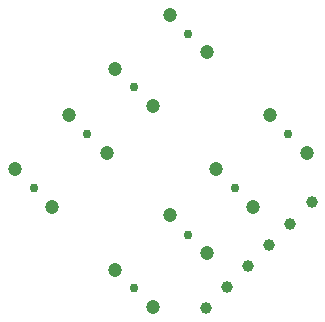
<source format=gbr>
%TF.GenerationSoftware,KiCad,Pcbnew,(6.0.9)*%
%TF.CreationDate,2023-04-13T12:37:25+10:00*%
%TF.ProjectId,Dpadright,44706164-7269-4676-9874-2e6b69636164,rev?*%
%TF.SameCoordinates,PX61094f0PY518a060*%
%TF.FileFunction,Plated,1,2,PTH,Drill*%
%TF.FilePolarity,Positive*%
%FSLAX46Y46*%
G04 Gerber Fmt 4.6, Leading zero omitted, Abs format (unit mm)*
G04 Created by KiCad (PCBNEW (6.0.9)) date 2023-04-13 12:37:25*
%MOMM*%
%LPD*%
G01*
G04 APERTURE LIST*
%TA.AperFunction,ComponentDrill*%
%ADD10C,0.762000*%
%TD*%
%TA.AperFunction,ComponentDrill*%
%ADD11C,1.000000*%
%TD*%
%TA.AperFunction,ComponentDrill*%
%ADD12C,1.200000*%
%TD*%
G04 APERTURE END LIST*
D10*
%TO.C,U8*%
X8737258Y-2262742D03*
X13262742Y2262742D03*
%TO.C,U7*%
X17237258Y6237258D03*
%TO.C,U9*%
X17237258Y-10762742D03*
%TO.C,U7*%
X21762742Y10762742D03*
%TO.C,U9*%
X21762742Y-6237258D03*
%TO.C,U10*%
X25737258Y-2262742D03*
X30262742Y2262742D03*
D11*
%TO.C,J4*%
X23259872Y-12490129D03*
X25055923Y-10694078D03*
X26851974Y-8898027D03*
X28648026Y-7101975D03*
X30444077Y-5305924D03*
X32240128Y-3509873D03*
D12*
%TO.C,U8*%
X7110913Y-707107D03*
X10292893Y-3889087D03*
X11707107Y3889087D03*
X14889087Y707107D03*
%TO.C,U7*%
X15610913Y7792893D03*
%TO.C,U9*%
X15610913Y-9207107D03*
%TO.C,U7*%
X18792893Y4610913D03*
%TO.C,U9*%
X18792893Y-12389087D03*
%TO.C,U7*%
X20207107Y12389087D03*
%TO.C,U9*%
X20207107Y-4610913D03*
%TO.C,U7*%
X23389087Y9207107D03*
%TO.C,U9*%
X23389087Y-7792893D03*
%TO.C,U10*%
X24110913Y-707107D03*
X27292893Y-3889087D03*
X28707107Y3889087D03*
X31889087Y707107D03*
M02*

</source>
